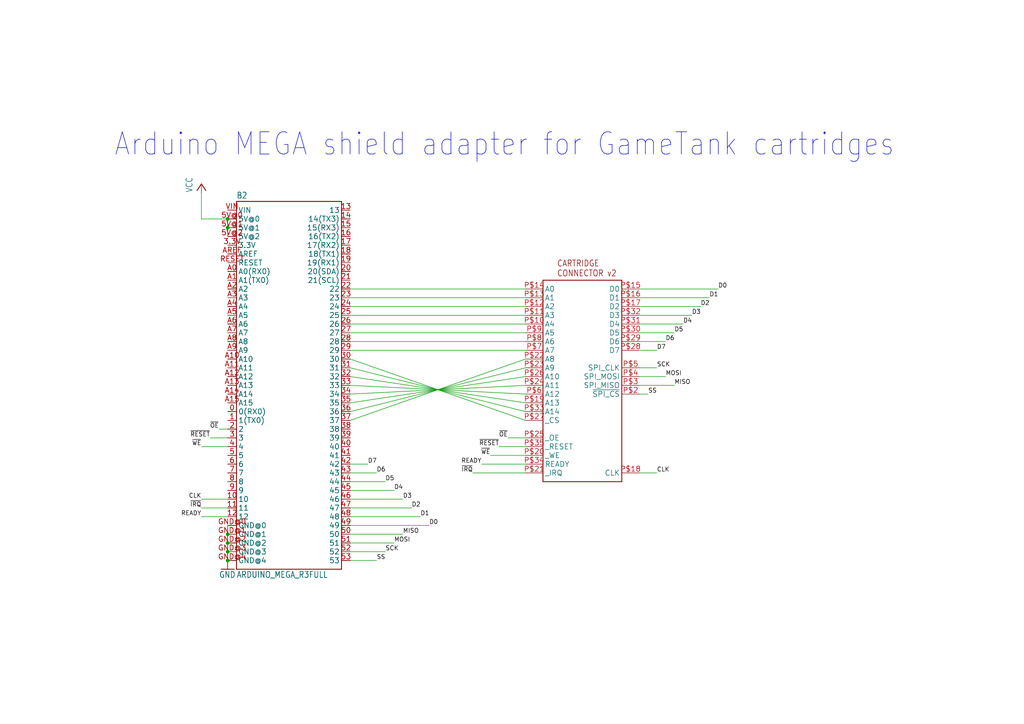
<source format=kicad_sch>
(kicad_sch
	(version 20250114)
	(generator "eeschema")
	(generator_version "9.0")
	(uuid "7f5c9952-f9fc-4454-a08f-d978dff7420b")
	(paper "A4")
	(lib_symbols
		(symbol "MegaProgrammer-eagle-import:ARDUINO_MEGA_R3FULL"
			(exclude_from_sim no)
			(in_bom yes)
			(on_board yes)
			(property "Reference" "B"
				(at -15.24 54.102 0)
				(effects
					(font
						(size 1.778 1.5113)
					)
					(justify left bottom)
				)
			)
			(property "Value" ""
				(at -15.24 -55.88 0)
				(effects
					(font
						(size 1.778 1.5113)
					)
					(justify left bottom)
				)
			)
			(property "Footprint" "MegaProgrammer:ARDUINO_MEGA"
				(at 0 0 0)
				(effects
					(font
						(size 1.27 1.27)
					)
					(hide yes)
				)
			)
			(property "Datasheet" ""
				(at 0 0 0)
				(effects
					(font
						(size 1.27 1.27)
					)
					(hide yes)
				)
			)
			(property "Description" "Arduino Mega R3\n\nATmega2560 R3 compatible footprint.\n\nSparkFun Products:\n\n• Arduino Mega 2560 R3"
				(at 0 0 0)
				(effects
					(font
						(size 1.27 1.27)
					)
					(hide yes)
				)
			)
			(property "ki_locked" ""
				(at 0 0 0)
				(effects
					(font
						(size 1.27 1.27)
					)
				)
			)
			(symbol "ARDUINO_MEGA_R3FULL_1_0"
				(polyline
					(pts
						(xy -15.24 53.34) (xy -15.24 -53.34)
					)
					(stroke
						(width 0.254)
						(type solid)
					)
					(fill
						(type none)
					)
				)
				(polyline
					(pts
						(xy -15.24 -53.34) (xy 15.24 -53.34)
					)
					(stroke
						(width 0.254)
						(type solid)
					)
					(fill
						(type none)
					)
				)
				(polyline
					(pts
						(xy 15.24 53.34) (xy -15.24 53.34)
					)
					(stroke
						(width 0.254)
						(type solid)
					)
					(fill
						(type none)
					)
				)
				(polyline
					(pts
						(xy 15.24 -53.34) (xy 15.24 53.34)
					)
					(stroke
						(width 0.254)
						(type solid)
					)
					(fill
						(type none)
					)
				)
				(pin bidirectional line
					(at -17.78 50.8 0)
					(length 2.54)
					(name "VIN"
						(effects
							(font
								(size 1.524 1.524)
							)
						)
					)
					(number "VIN"
						(effects
							(font
								(size 1.524 1.524)
							)
						)
					)
				)
				(pin bidirectional line
					(at -17.78 48.26 0)
					(length 2.54)
					(name "5V@0"
						(effects
							(font
								(size 1.524 1.524)
							)
						)
					)
					(number "5V@0"
						(effects
							(font
								(size 1.524 1.524)
							)
						)
					)
				)
				(pin bidirectional line
					(at -17.78 45.72 0)
					(length 2.54)
					(name "5V@1"
						(effects
							(font
								(size 1.524 1.524)
							)
						)
					)
					(number "5V@1"
						(effects
							(font
								(size 1.524 1.524)
							)
						)
					)
				)
				(pin bidirectional line
					(at -17.78 43.18 0)
					(length 2.54)
					(name "5V@2"
						(effects
							(font
								(size 1.524 1.524)
							)
						)
					)
					(number "5V@2"
						(effects
							(font
								(size 1.524 1.524)
							)
						)
					)
				)
				(pin bidirectional line
					(at -17.78 40.64 0)
					(length 2.54)
					(name "3.3V"
						(effects
							(font
								(size 1.524 1.524)
							)
						)
					)
					(number "3.3V"
						(effects
							(font
								(size 1.524 1.524)
							)
						)
					)
				)
				(pin bidirectional line
					(at -17.78 38.1 0)
					(length 2.54)
					(name "AREF"
						(effects
							(font
								(size 1.524 1.524)
							)
						)
					)
					(number "AREF"
						(effects
							(font
								(size 1.524 1.524)
							)
						)
					)
				)
				(pin bidirectional line
					(at -17.78 35.56 0)
					(length 2.54)
					(name "RESET"
						(effects
							(font
								(size 1.524 1.524)
							)
						)
					)
					(number "RESET"
						(effects
							(font
								(size 1.524 1.524)
							)
						)
					)
				)
				(pin bidirectional line
					(at -17.78 33.02 0)
					(length 2.54)
					(name "A0(RX0)"
						(effects
							(font
								(size 1.524 1.524)
							)
						)
					)
					(number "A0"
						(effects
							(font
								(size 1.524 1.524)
							)
						)
					)
				)
				(pin bidirectional line
					(at -17.78 30.48 0)
					(length 2.54)
					(name "A1(TX0)"
						(effects
							(font
								(size 1.524 1.524)
							)
						)
					)
					(number "A1"
						(effects
							(font
								(size 1.524 1.524)
							)
						)
					)
				)
				(pin bidirectional line
					(at -17.78 27.94 0)
					(length 2.54)
					(name "A2"
						(effects
							(font
								(size 1.524 1.524)
							)
						)
					)
					(number "A2"
						(effects
							(font
								(size 1.524 1.524)
							)
						)
					)
				)
				(pin bidirectional line
					(at -17.78 25.4 0)
					(length 2.54)
					(name "A3"
						(effects
							(font
								(size 1.524 1.524)
							)
						)
					)
					(number "A3"
						(effects
							(font
								(size 1.524 1.524)
							)
						)
					)
				)
				(pin bidirectional line
					(at -17.78 22.86 0)
					(length 2.54)
					(name "A4"
						(effects
							(font
								(size 1.524 1.524)
							)
						)
					)
					(number "A4"
						(effects
							(font
								(size 1.524 1.524)
							)
						)
					)
				)
				(pin bidirectional line
					(at -17.78 20.32 0)
					(length 2.54)
					(name "A5"
						(effects
							(font
								(size 1.524 1.524)
							)
						)
					)
					(number "A5"
						(effects
							(font
								(size 1.524 1.524)
							)
						)
					)
				)
				(pin bidirectional line
					(at -17.78 17.78 0)
					(length 2.54)
					(name "A6"
						(effects
							(font
								(size 1.524 1.524)
							)
						)
					)
					(number "A6"
						(effects
							(font
								(size 1.524 1.524)
							)
						)
					)
				)
				(pin bidirectional line
					(at -17.78 15.24 0)
					(length 2.54)
					(name "A7"
						(effects
							(font
								(size 1.524 1.524)
							)
						)
					)
					(number "A7"
						(effects
							(font
								(size 1.524 1.524)
							)
						)
					)
				)
				(pin bidirectional line
					(at -17.78 12.7 0)
					(length 2.54)
					(name "A8"
						(effects
							(font
								(size 1.524 1.524)
							)
						)
					)
					(number "A8"
						(effects
							(font
								(size 1.524 1.524)
							)
						)
					)
				)
				(pin bidirectional line
					(at -17.78 10.16 0)
					(length 2.54)
					(name "A9"
						(effects
							(font
								(size 1.524 1.524)
							)
						)
					)
					(number "A9"
						(effects
							(font
								(size 1.524 1.524)
							)
						)
					)
				)
				(pin bidirectional line
					(at -17.78 7.62 0)
					(length 2.54)
					(name "A10"
						(effects
							(font
								(size 1.524 1.524)
							)
						)
					)
					(number "A10"
						(effects
							(font
								(size 1.524 1.524)
							)
						)
					)
				)
				(pin bidirectional line
					(at -17.78 5.08 0)
					(length 2.54)
					(name "A11"
						(effects
							(font
								(size 1.524 1.524)
							)
						)
					)
					(number "A11"
						(effects
							(font
								(size 1.524 1.524)
							)
						)
					)
				)
				(pin bidirectional line
					(at -17.78 2.54 0)
					(length 2.54)
					(name "A12"
						(effects
							(font
								(size 1.524 1.524)
							)
						)
					)
					(number "A12"
						(effects
							(font
								(size 1.524 1.524)
							)
						)
					)
				)
				(pin bidirectional line
					(at -17.78 0 0)
					(length 2.54)
					(name "A13"
						(effects
							(font
								(size 1.524 1.524)
							)
						)
					)
					(number "A13"
						(effects
							(font
								(size 1.524 1.524)
							)
						)
					)
				)
				(pin bidirectional line
					(at -17.78 -2.54 0)
					(length 2.54)
					(name "A14"
						(effects
							(font
								(size 1.524 1.524)
							)
						)
					)
					(number "A14"
						(effects
							(font
								(size 1.524 1.524)
							)
						)
					)
				)
				(pin bidirectional line
					(at -17.78 -5.08 0)
					(length 2.54)
					(name "A15"
						(effects
							(font
								(size 1.524 1.524)
							)
						)
					)
					(number "A15"
						(effects
							(font
								(size 1.524 1.524)
							)
						)
					)
				)
				(pin bidirectional line
					(at -17.78 -7.62 0)
					(length 2.54)
					(name "0(RX0)"
						(effects
							(font
								(size 1.524 1.524)
							)
						)
					)
					(number "0"
						(effects
							(font
								(size 1.524 1.524)
							)
						)
					)
				)
				(pin bidirectional line
					(at -17.78 -10.16 0)
					(length 2.54)
					(name "1(TX0)"
						(effects
							(font
								(size 1.524 1.524)
							)
						)
					)
					(number "1"
						(effects
							(font
								(size 1.524 1.524)
							)
						)
					)
				)
				(pin bidirectional line
					(at -17.78 -12.7 0)
					(length 2.54)
					(name "2"
						(effects
							(font
								(size 1.524 1.524)
							)
						)
					)
					(number "2"
						(effects
							(font
								(size 1.524 1.524)
							)
						)
					)
				)
				(pin bidirectional line
					(at -17.78 -15.24 0)
					(length 2.54)
					(name "3"
						(effects
							(font
								(size 1.524 1.524)
							)
						)
					)
					(number "3"
						(effects
							(font
								(size 1.524 1.524)
							)
						)
					)
				)
				(pin bidirectional line
					(at -17.78 -17.78 0)
					(length 2.54)
					(name "4"
						(effects
							(font
								(size 1.524 1.524)
							)
						)
					)
					(number "4"
						(effects
							(font
								(size 1.524 1.524)
							)
						)
					)
				)
				(pin bidirectional line
					(at -17.78 -20.32 0)
					(length 2.54)
					(name "5"
						(effects
							(font
								(size 1.524 1.524)
							)
						)
					)
					(number "5"
						(effects
							(font
								(size 1.524 1.524)
							)
						)
					)
				)
				(pin bidirectional line
					(at -17.78 -22.86 0)
					(length 2.54)
					(name "6"
						(effects
							(font
								(size 1.524 1.524)
							)
						)
					)
					(number "6"
						(effects
							(font
								(size 1.524 1.524)
							)
						)
					)
				)
				(pin bidirectional line
					(at -17.78 -25.4 0)
					(length 2.54)
					(name "7"
						(effects
							(font
								(size 1.524 1.524)
							)
						)
					)
					(number "7"
						(effects
							(font
								(size 1.524 1.524)
							)
						)
					)
				)
				(pin bidirectional line
					(at -17.78 -27.94 0)
					(length 2.54)
					(name "8"
						(effects
							(font
								(size 1.524 1.524)
							)
						)
					)
					(number "8"
						(effects
							(font
								(size 1.524 1.524)
							)
						)
					)
				)
				(pin bidirectional line
					(at -17.78 -30.48 0)
					(length 2.54)
					(name "9"
						(effects
							(font
								(size 1.524 1.524)
							)
						)
					)
					(number "9"
						(effects
							(font
								(size 1.524 1.524)
							)
						)
					)
				)
				(pin bidirectional line
					(at -17.78 -33.02 0)
					(length 2.54)
					(name "10"
						(effects
							(font
								(size 1.524 1.524)
							)
						)
					)
					(number "10"
						(effects
							(font
								(size 1.524 1.524)
							)
						)
					)
				)
				(pin bidirectional line
					(at -17.78 -35.56 0)
					(length 2.54)
					(name "11"
						(effects
							(font
								(size 1.524 1.524)
							)
						)
					)
					(number "11"
						(effects
							(font
								(size 1.524 1.524)
							)
						)
					)
				)
				(pin bidirectional line
					(at -17.78 -38.1 0)
					(length 2.54)
					(name "12"
						(effects
							(font
								(size 1.524 1.524)
							)
						)
					)
					(number "12"
						(effects
							(font
								(size 1.524 1.524)
							)
						)
					)
				)
				(pin bidirectional line
					(at -17.78 -40.64 0)
					(length 2.54)
					(name "GND@0"
						(effects
							(font
								(size 1.524 1.524)
							)
						)
					)
					(number "GND@0"
						(effects
							(font
								(size 1.524 1.524)
							)
						)
					)
				)
				(pin bidirectional line
					(at -17.78 -43.18 0)
					(length 2.54)
					(name "GND@1"
						(effects
							(font
								(size 1.524 1.524)
							)
						)
					)
					(number "GND@1"
						(effects
							(font
								(size 1.524 1.524)
							)
						)
					)
				)
				(pin bidirectional line
					(at -17.78 -45.72 0)
					(length 2.54)
					(name "GND@2"
						(effects
							(font
								(size 1.524 1.524)
							)
						)
					)
					(number "GND@2"
						(effects
							(font
								(size 1.524 1.524)
							)
						)
					)
				)
				(pin bidirectional line
					(at -17.78 -48.26 0)
					(length 2.54)
					(name "GND@3"
						(effects
							(font
								(size 1.524 1.524)
							)
						)
					)
					(number "GND@3"
						(effects
							(font
								(size 1.524 1.524)
							)
						)
					)
				)
				(pin bidirectional line
					(at -17.78 -50.8 0)
					(length 2.54)
					(name "GND@4"
						(effects
							(font
								(size 1.524 1.524)
							)
						)
					)
					(number "GND@4"
						(effects
							(font
								(size 1.524 1.524)
							)
						)
					)
				)
				(pin bidirectional line
					(at 17.78 50.8 180)
					(length 2.54)
					(name "13"
						(effects
							(font
								(size 1.524 1.524)
							)
						)
					)
					(number "13"
						(effects
							(font
								(size 1.524 1.524)
							)
						)
					)
				)
				(pin bidirectional line
					(at 17.78 48.26 180)
					(length 2.54)
					(name "14(TX3)"
						(effects
							(font
								(size 1.524 1.524)
							)
						)
					)
					(number "14"
						(effects
							(font
								(size 1.524 1.524)
							)
						)
					)
				)
				(pin bidirectional line
					(at 17.78 45.72 180)
					(length 2.54)
					(name "15(RX3)"
						(effects
							(font
								(size 1.524 1.524)
							)
						)
					)
					(number "15"
						(effects
							(font
								(size 1.524 1.524)
							)
						)
					)
				)
				(pin bidirectional line
					(at 17.78 43.18 180)
					(length 2.54)
					(name "16(TX2)"
						(effects
							(font
								(size 1.524 1.524)
							)
						)
					)
					(number "16"
						(effects
							(font
								(size 1.524 1.524)
							)
						)
					)
				)
				(pin bidirectional line
					(at 17.78 40.64 180)
					(length 2.54)
					(name "17(RX2)"
						(effects
							(font
								(size 1.524 1.524)
							)
						)
					)
					(number "17"
						(effects
							(font
								(size 1.524 1.524)
							)
						)
					)
				)
				(pin bidirectional line
					(at 17.78 38.1 180)
					(length 2.54)
					(name "18(TX1)"
						(effects
							(font
								(size 1.524 1.524)
							)
						)
					)
					(number "18"
						(effects
							(font
								(size 1.524 1.524)
							)
						)
					)
				)
				(pin bidirectional line
					(at 17.78 35.56 180)
					(length 2.54)
					(name "19(RX1)"
						(effects
							(font
								(size 1.524 1.524)
							)
						)
					)
					(number "19"
						(effects
							(font
								(size 1.524 1.524)
							)
						)
					)
				)
				(pin bidirectional line
					(at 17.78 33.02 180)
					(length 2.54)
					(name "20(SDA)"
						(effects
							(font
								(size 1.524 1.524)
							)
						)
					)
					(number "20"
						(effects
							(font
								(size 1.524 1.524)
							)
						)
					)
				)
				(pin bidirectional line
					(at 17.78 30.48 180)
					(length 2.54)
					(name "21(SCL)"
						(effects
							(font
								(size 1.524 1.524)
							)
						)
					)
					(number "21"
						(effects
							(font
								(size 1.524 1.524)
							)
						)
					)
				)
				(pin bidirectional line
					(at 17.78 27.94 180)
					(length 2.54)
					(name "22"
						(effects
							(font
								(size 1.524 1.524)
							)
						)
					)
					(number "22"
						(effects
							(font
								(size 1.524 1.524)
							)
						)
					)
				)
				(pin bidirectional line
					(at 17.78 25.4 180)
					(length 2.54)
					(name "23"
						(effects
							(font
								(size 1.524 1.524)
							)
						)
					)
					(number "23"
						(effects
							(font
								(size 1.524 1.524)
							)
						)
					)
				)
				(pin bidirectional line
					(at 17.78 22.86 180)
					(length 2.54)
					(name "24"
						(effects
							(font
								(size 1.524 1.524)
							)
						)
					)
					(number "24"
						(effects
							(font
								(size 1.524 1.524)
							)
						)
					)
				)
				(pin bidirectional line
					(at 17.78 20.32 180)
					(length 2.54)
					(name "25"
						(effects
							(font
								(size 1.524 1.524)
							)
						)
					)
					(number "25"
						(effects
							(font
								(size 1.524 1.524)
							)
						)
					)
				)
				(pin bidirectional line
					(at 17.78 17.78 180)
					(length 2.54)
					(name "26"
						(effects
							(font
								(size 1.524 1.524)
							)
						)
					)
					(number "26"
						(effects
							(font
								(size 1.524 1.524)
							)
						)
					)
				)
				(pin bidirectional line
					(at 17.78 15.24 180)
					(length 2.54)
					(name "27"
						(effects
							(font
								(size 1.524 1.524)
							)
						)
					)
					(number "27"
						(effects
							(font
								(size 1.524 1.524)
							)
						)
					)
				)
				(pin bidirectional line
					(at 17.78 12.7 180)
					(length 2.54)
					(name "28"
						(effects
							(font
								(size 1.524 1.524)
							)
						)
					)
					(number "28"
						(effects
							(font
								(size 1.524 1.524)
							)
						)
					)
				)
				(pin bidirectional line
					(at 17.78 10.16 180)
					(length 2.54)
					(name "29"
						(effects
							(font
								(size 1.524 1.524)
							)
						)
					)
					(number "29"
						(effects
							(font
								(size 1.524 1.524)
							)
						)
					)
				)
				(pin bidirectional line
					(at 17.78 7.62 180)
					(length 2.54)
					(name "30"
						(effects
							(font
								(size 1.524 1.524)
							)
						)
					)
					(number "30"
						(effects
							(font
								(size 1.524 1.524)
							)
						)
					)
				)
				(pin bidirectional line
					(at 17.78 5.08 180)
					(length 2.54)
					(name "31"
						(effects
							(font
								(size 1.524 1.524)
							)
						)
					)
					(number "31"
						(effects
							(font
								(size 1.524 1.524)
							)
						)
					)
				)
				(pin bidirectional line
					(at 17.78 2.54 180)
					(length 2.54)
					(name "32"
						(effects
							(font
								(size 1.524 1.524)
							)
						)
					)
					(number "32"
						(effects
							(font
								(size 1.524 1.524)
							)
						)
					)
				)
				(pin bidirectional line
					(at 17.78 0 180)
					(length 2.54)
					(name "33"
						(effects
							(font
								(size 1.524 1.524)
							)
						)
					)
					(number "33"
						(effects
							(font
								(size 1.524 1.524)
							)
						)
					)
				)
				(pin bidirectional line
					(at 17.78 -2.54 180)
					(length 2.54)
					(name "34"
						(effects
							(font
								(size 1.524 1.524)
							)
						)
					)
					(number "34"
						(effects
							(font
								(size 1.524 1.524)
							)
						)
					)
				)
				(pin bidirectional line
					(at 17.78 -5.08 180)
					(length 2.54)
					(name "35"
						(effects
							(font
								(size 1.524 1.524)
							)
						)
					)
					(number "35"
						(effects
							(font
								(size 1.524 1.524)
							)
						)
					)
				)
				(pin bidirectional line
					(at 17.78 -7.62 180)
					(length 2.54)
					(name "36"
						(effects
							(font
								(size 1.524 1.524)
							)
						)
					)
					(number "36"
						(effects
							(font
								(size 1.524 1.524)
							)
						)
					)
				)
				(pin bidirectional line
					(at 17.78 -10.16 180)
					(length 2.54)
					(name "37"
						(effects
							(font
								(size 1.524 1.524)
							)
						)
					)
					(number "37"
						(effects
							(font
								(size 1.524 1.524)
							)
						)
					)
				)
				(pin bidirectional line
					(at 17.78 -12.7 180)
					(length 2.54)
					(name "38"
						(effects
							(font
								(size 1.524 1.524)
							)
						)
					)
					(number "38"
						(effects
							(font
								(size 1.524 1.524)
							)
						)
					)
				)
				(pin bidirectional line
					(at 17.78 -15.24 180)
					(length 2.54)
					(name "39"
						(effects
							(font
								(size 1.524 1.524)
							)
						)
					)
					(number "39"
						(effects
							(font
								(size 1.524 1.524)
							)
						)
					)
				)
				(pin bidirectional line
					(at 17.78 -17.78 180)
					(length 2.54)
					(name "40"
						(effects
							(font
								(size 1.524 1.524)
							)
						)
					)
					(number "40"
						(effects
							(font
								(size 1.524 1.524)
							)
						)
					)
				)
				(pin bidirectional line
					(at 17.78 -20.32 180)
					(length 2.54)
					(name "41"
						(effects
							(font
								(size 1.524 1.524)
							)
						)
					)
					(number "41"
						(effects
							(font
								(size 1.524 1.524)
							)
						)
					)
				)
				(pin bidirectional line
					(at 17.78 -22.86 180)
					(length 2.54)
					(name "42"
						(effects
							(font
								(size 1.524 1.524)
							)
						)
					)
					(number "42"
						(effects
							(font
								(size 1.524 1.524)
							)
						)
					)
				)
				(pin bidirectional line
					(at 17.78 -25.4 180)
					(length 2.54)
					(name "43"
						(effects
							(font
								(size 1.524 1.524)
							)
						)
					)
					(number "43"
						(effects
							(font
								(size 1.524 1.524)
							)
						)
					)
				)
				(pin bidirectional line
					(at 17.78 -27.94 180)
					(length 2.54)
					(name "44"
						(effects
							(font
								(size 1.524 1.524)
							)
						)
					)
					(number "44"
						(effects
							(font
								(size 1.524 1.524)
							)
						)
					)
				)
				(pin bidirectional line
					(at 17.78 -30.48 180)
					(length 2.54)
					(name "45"
						(effects
							(font
								(size 1.524 1.524)
							)
						)
					)
					(number "45"
						(effects
							(font
								(size 1.524 1.524)
							)
						)
					)
				)
				(pin bidirectional line
					(at 17.78 -33.02 180)
					(length 2.54)
					(name "46"
						(effects
							(font
								(size 1.524 1.524)
							)
						)
					)
					(number "46"
						(effects
							(font
								(size 1.524 1.524)
							)
						)
					)
				)
				(pin bidirectional line
					(at 17.78 -35.56 180)
					(length 2.54)
					(name "47"
						(effects
							(font
								(size 1.524 1.524)
							)
						)
					)
					(number "47"
						(effects
							(font
								(size 1.524 1.524)
							)
						)
					)
				)
				(pin bidirectional line
					(at 17.78 -38.1 180)
					(length 2.54)
					(name "48"
						(effects
							(font
								(size 1.524 1.524)
							)
						)
					)
					(number "48"
						(effects
							(font
								(size 1.524 1.524)
							)
						)
					)
				)
				(pin bidirectional line
					(at 17.78 -40.64 180)
					(length 2.54)
					(name "49"
						(effects
							(font
								(size 1.524 1.524)
							)
						)
					)
					(number "49"
						(effects
							(font
								(size 1.524 1.524)
							)
						)
					)
				)
				(pin bidirectional line
					(at 17.78 -43.18 180)
					(length 2.54)
					(name "50"
						(effects
							(font
								(size 1.524 1.524)
							)
						)
					)
					(number "50"
						(effects
							(font
								(size 1.524 1.524)
							)
						)
					)
				)
				(pin bidirectional line
					(at 17.78 -45.72 180)
					(length 2.54)
					(name "51"
						(effects
							(font
								(size 1.524 1.524)
							)
						)
					)
					(number "51"
						(effects
							(font
								(size 1.524 1.524)
							)
						)
					)
				)
				(pin bidirectional line
					(at 17.78 -48.26 180)
					(length 2.54)
					(name "52"
						(effects
							(font
								(size 1.524 1.524)
							)
						)
					)
					(number "52"
						(effects
							(font
								(size 1.524 1.524)
							)
						)
					)
				)
				(pin bidirectional line
					(at 17.78 -50.8 180)
					(length 2.54)
					(name "53"
						(effects
							(font
								(size 1.524 1.524)
							)
						)
					)
					(number "53"
						(effects
							(font
								(size 1.524 1.524)
							)
						)
					)
				)
			)
			(embedded_fonts no)
		)
		(symbol "MegaProgrammer-eagle-import:GND"
			(power)
			(exclude_from_sim no)
			(in_bom yes)
			(on_board yes)
			(property "Reference" "#GND"
				(at 0 0 0)
				(effects
					(font
						(size 1.27 1.27)
					)
					(hide yes)
				)
			)
			(property "Value" ""
				(at -2.54 -2.54 0)
				(effects
					(font
						(size 1.778 1.5113)
					)
					(justify left bottom)
				)
			)
			(property "Footprint" ""
				(at 0 0 0)
				(effects
					(font
						(size 1.27 1.27)
					)
					(hide yes)
				)
			)
			(property "Datasheet" ""
				(at 0 0 0)
				(effects
					(font
						(size 1.27 1.27)
					)
					(hide yes)
				)
			)
			(property "Description" "SUPPLY SYMBOL"
				(at 0 0 0)
				(effects
					(font
						(size 1.27 1.27)
					)
					(hide yes)
				)
			)
			(property "ki_locked" ""
				(at 0 0 0)
				(effects
					(font
						(size 1.27 1.27)
					)
				)
			)
			(symbol "GND_1_0"
				(polyline
					(pts
						(xy -1.905 0) (xy 1.905 0)
					)
					(stroke
						(width 0.254)
						(type solid)
					)
					(fill
						(type none)
					)
				)
				(pin power_in line
					(at 0 2.54 270)
					(length 2.54)
					(name "GND"
						(effects
							(font
								(size 0 0)
							)
						)
					)
					(number "1"
						(effects
							(font
								(size 0 0)
							)
						)
					)
				)
			)
			(embedded_fonts no)
		)
		(symbol "MegaProgrammer-eagle-import:GT_CART3GT_SLOT"
			(exclude_from_sim no)
			(in_bom yes)
			(on_board yes)
			(property "Reference" ""
				(at 0 0 0)
				(effects
					(font
						(size 1.27 1.27)
					)
					(hide yes)
				)
			)
			(property "Value" ""
				(at 0 0 0)
				(effects
					(font
						(size 1.27 1.27)
					)
					(hide yes)
				)
			)
			(property "Footprint" "MegaProgrammer:SLOT36"
				(at 0 0 0)
				(effects
					(font
						(size 1.27 1.27)
					)
					(hide yes)
				)
			)
			(property "Datasheet" ""
				(at 0 0 0)
				(effects
					(font
						(size 1.27 1.27)
					)
					(hide yes)
				)
			)
			(property "Description" ""
				(at 0 0 0)
				(effects
					(font
						(size 1.27 1.27)
					)
					(hide yes)
				)
			)
			(property "ki_locked" ""
				(at 0 0 0)
				(effects
					(font
						(size 1.27 1.27)
					)
				)
			)
			(symbol "GT_CART3GT_SLOT_1_0"
				(polyline
					(pts
						(xy -10.16 22.86) (xy 12.7 22.86)
					)
					(stroke
						(width 0.254)
						(type solid)
					)
					(fill
						(type none)
					)
				)
				(polyline
					(pts
						(xy -10.16 -35.56) (xy -10.16 22.86)
					)
					(stroke
						(width 0.254)
						(type solid)
					)
					(fill
						(type none)
					)
				)
				(polyline
					(pts
						(xy 12.7 22.86) (xy 12.7 -35.56)
					)
					(stroke
						(width 0.254)
						(type solid)
					)
					(fill
						(type none)
					)
				)
				(polyline
					(pts
						(xy 12.7 -35.56) (xy -10.16 -35.56)
					)
					(stroke
						(width 0.254)
						(type solid)
					)
					(fill
						(type none)
					)
				)
				(text "CARTRIDGE\nCONNECTOR v2"
					(at -6.096 23.876 0)
					(effects
						(font
							(size 1.778 1.5113)
						)
						(justify left bottom)
					)
				)
				(pin bidirectional line
					(at -15.24 20.32 0)
					(length 5.08)
					(name "A0"
						(effects
							(font
								(size 1.524 1.524)
							)
						)
					)
					(number "P$14"
						(effects
							(font
								(size 1.524 1.524)
							)
						)
					)
				)
				(pin bidirectional line
					(at -15.24 17.78 0)
					(length 5.08)
					(name "A1"
						(effects
							(font
								(size 1.524 1.524)
							)
						)
					)
					(number "P$13"
						(effects
							(font
								(size 1.524 1.524)
							)
						)
					)
				)
				(pin bidirectional line
					(at -15.24 15.24 0)
					(length 5.08)
					(name "A2"
						(effects
							(font
								(size 1.524 1.524)
							)
						)
					)
					(number "P$12"
						(effects
							(font
								(size 1.524 1.524)
							)
						)
					)
				)
				(pin bidirectional line
					(at -15.24 12.7 0)
					(length 5.08)
					(name "A3"
						(effects
							(font
								(size 1.524 1.524)
							)
						)
					)
					(number "P$11"
						(effects
							(font
								(size 1.524 1.524)
							)
						)
					)
				)
				(pin bidirectional line
					(at -15.24 10.16 0)
					(length 5.08)
					(name "A4"
						(effects
							(font
								(size 1.524 1.524)
							)
						)
					)
					(number "P$10"
						(effects
							(font
								(size 1.524 1.524)
							)
						)
					)
				)
				(pin bidirectional line
					(at -15.24 7.62 0)
					(length 5.08)
					(name "A5"
						(effects
							(font
								(size 1.524 1.524)
							)
						)
					)
					(number "P$9"
						(effects
							(font
								(size 1.524 1.524)
							)
						)
					)
				)
				(pin bidirectional line
					(at -15.24 5.08 0)
					(length 5.08)
					(name "A6"
						(effects
							(font
								(size 1.524 1.524)
							)
						)
					)
					(number "P$8"
						(effects
							(font
								(size 1.524 1.524)
							)
						)
					)
				)
				(pin bidirectional line
					(at -15.24 2.54 0)
					(length 5.08)
					(name "A7"
						(effects
							(font
								(size 1.524 1.524)
							)
						)
					)
					(number "P$7"
						(effects
							(font
								(size 1.524 1.524)
							)
						)
					)
				)
				(pin bidirectional line
					(at -15.24 0 0)
					(length 5.08)
					(name "A8"
						(effects
							(font
								(size 1.524 1.524)
							)
						)
					)
					(number "P$22"
						(effects
							(font
								(size 1.524 1.524)
							)
						)
					)
				)
				(pin bidirectional line
					(at -15.24 -2.54 0)
					(length 5.08)
					(name "A9"
						(effects
							(font
								(size 1.524 1.524)
							)
						)
					)
					(number "P$23"
						(effects
							(font
								(size 1.524 1.524)
							)
						)
					)
				)
				(pin bidirectional line
					(at -15.24 -5.08 0)
					(length 5.08)
					(name "A10"
						(effects
							(font
								(size 1.524 1.524)
							)
						)
					)
					(number "P$26"
						(effects
							(font
								(size 1.524 1.524)
							)
						)
					)
				)
				(pin bidirectional line
					(at -15.24 -7.62 0)
					(length 5.08)
					(name "A11"
						(effects
							(font
								(size 1.524 1.524)
							)
						)
					)
					(number "P$24"
						(effects
							(font
								(size 1.524 1.524)
							)
						)
					)
				)
				(pin bidirectional line
					(at -15.24 -10.16 0)
					(length 5.08)
					(name "A12"
						(effects
							(font
								(size 1.524 1.524)
							)
						)
					)
					(number "P$6"
						(effects
							(font
								(size 1.524 1.524)
							)
						)
					)
				)
				(pin bidirectional line
					(at -15.24 -12.7 0)
					(length 5.08)
					(name "A13"
						(effects
							(font
								(size 1.524 1.524)
							)
						)
					)
					(number "P$19"
						(effects
							(font
								(size 1.524 1.524)
							)
						)
					)
				)
				(pin bidirectional line
					(at -15.24 -15.24 0)
					(length 5.08)
					(name "A14"
						(effects
							(font
								(size 1.524 1.524)
							)
						)
					)
					(number "P$33"
						(effects
							(font
								(size 1.524 1.524)
							)
						)
					)
				)
				(pin bidirectional line
					(at -15.24 -17.78 0)
					(length 5.08)
					(name "_CS"
						(effects
							(font
								(size 1.524 1.524)
							)
						)
					)
					(number "P$27"
						(effects
							(font
								(size 1.524 1.524)
							)
						)
					)
				)
				(pin bidirectional line
					(at -15.24 -22.86 0)
					(length 5.08)
					(name "_OE"
						(effects
							(font
								(size 1.524 1.524)
							)
						)
					)
					(number "P$25"
						(effects
							(font
								(size 1.524 1.524)
							)
						)
					)
				)
				(pin bidirectional line
					(at -15.24 -25.4 0)
					(length 5.08)
					(name "_RESET"
						(effects
							(font
								(size 1.524 1.524)
							)
						)
					)
					(number "P$35"
						(effects
							(font
								(size 1.524 1.524)
							)
						)
					)
				)
				(pin bidirectional line
					(at -15.24 -27.94 0)
					(length 5.08)
					(name "_WE"
						(effects
							(font
								(size 1.524 1.524)
							)
						)
					)
					(number "P$20"
						(effects
							(font
								(size 1.524 1.524)
							)
						)
					)
				)
				(pin bidirectional line
					(at -15.24 -30.48 0)
					(length 5.08)
					(name "READY"
						(effects
							(font
								(size 1.524 1.524)
							)
						)
					)
					(number "P$34"
						(effects
							(font
								(size 1.524 1.524)
							)
						)
					)
				)
				(pin bidirectional line
					(at -15.24 -33.02 0)
					(length 5.08)
					(name "_IRQ"
						(effects
							(font
								(size 1.524 1.524)
							)
						)
					)
					(number "P$21"
						(effects
							(font
								(size 1.524 1.524)
							)
						)
					)
				)
				(pin bidirectional line
					(at 17.78 20.32 180)
					(length 5.08)
					(name "D0"
						(effects
							(font
								(size 1.524 1.524)
							)
						)
					)
					(number "P$15"
						(effects
							(font
								(size 1.524 1.524)
							)
						)
					)
				)
				(pin bidirectional line
					(at 17.78 17.78 180)
					(length 5.08)
					(name "D1"
						(effects
							(font
								(size 1.524 1.524)
							)
						)
					)
					(number "P$16"
						(effects
							(font
								(size 1.524 1.524)
							)
						)
					)
				)
				(pin bidirectional line
					(at 17.78 15.24 180)
					(length 5.08)
					(name "D2"
						(effects
							(font
								(size 1.524 1.524)
							)
						)
					)
					(number "P$17"
						(effects
							(font
								(size 1.524 1.524)
							)
						)
					)
				)
				(pin bidirectional line
					(at 17.78 12.7 180)
					(length 5.08)
					(name "D3"
						(effects
							(font
								(size 1.524 1.524)
							)
						)
					)
					(number "P$32"
						(effects
							(font
								(size 1.524 1.524)
							)
						)
					)
				)
				(pin bidirectional line
					(at 17.78 10.16 180)
					(length 5.08)
					(name "D4"
						(effects
							(font
								(size 1.524 1.524)
							)
						)
					)
					(number "P$31"
						(effects
							(font
								(size 1.524 1.524)
							)
						)
					)
				)
				(pin bidirectional line
					(at 17.78 7.62 180)
					(length 5.08)
					(name "D5"
						(effects
							(font
								(size 1.524 1.524)
							)
						)
					)
					(number "P$30"
						(effects
							(font
								(size 1.524 1.524)
							)
						)
					)
				)
				(pin bidirectional line
					(at 17.78 5.08 180)
					(length 5.08)
					(name "D6"
						(effects
							(font
								(size 1.524 1.524)
							)
						)
					)
					(number "P$29"
						(effects
							(font
								(size 1.524 1.524)
							)
						)
					)
				)
				(pin bidirectional line
					(at 17.78 2.54 180)
					(length 5.08)
					(name "D7"
						(effects
							(font
								(size 1.524 1.524)
							)
						)
					)
					(number "P$28"
						(effects
							(font
								(size 1.524 1.524)
							)
						)
					)
				)
				(pin bidirectional line
					(at 17.78 -2.54 180)
					(length 5.08)
					(name "SPI_CLK"
						(effects
							(font
								(size 1.524 1.524)
							)
						)
					)
					(number "P$5"
						(effects
							(font
								(size 1.524 1.524)
							)
						)
					)
				)
				(pin bidirectional line
					(at 17.78 -5.08 180)
					(length 5.08)
					(name "SPI_MOSI"
						(effects
							(font
								(size 1.524 1.524)
							)
						)
					)
					(number "P$4"
						(effects
							(font
								(size 1.524 1.524)
							)
						)
					)
				)
				(pin bidirectional line
					(at 17.78 -7.62 180)
					(length 5.08)
					(name "SPI_MISO"
						(effects
							(font
								(size 1.524 1.524)
							)
						)
					)
					(number "P$3"
						(effects
							(font
								(size 1.524 1.524)
							)
						)
					)
				)
				(pin bidirectional line
					(at 17.78 -10.16 180)
					(length 5.08)
					(name "~{SPI_CS}"
						(effects
							(font
								(size 1.524 1.524)
							)
						)
					)
					(number "P$2"
						(effects
							(font
								(size 1.524 1.524)
							)
						)
					)
				)
				(pin bidirectional line
					(at 17.78 -33.02 180)
					(length 5.08)
					(name "CLK"
						(effects
							(font
								(size 1.524 1.524)
							)
						)
					)
					(number "P$18"
						(effects
							(font
								(size 1.524 1.524)
							)
						)
					)
				)
			)
			(symbol "GT_CART3GT_SLOT_2_0"
				(pin power_in line
					(at 0 12.7 270)
					(length 5.08)
					(name "VCC"
						(effects
							(font
								(size 1.524 1.524)
							)
						)
					)
					(number "P$1"
						(effects
							(font
								(size 1.524 1.524)
							)
						)
					)
				)
				(pin power_in line
					(at 0 -10.16 90)
					(length 5.08)
					(name "GND"
						(effects
							(font
								(size 1.524 1.524)
							)
						)
					)
					(number "P$36"
						(effects
							(font
								(size 1.524 1.524)
							)
						)
					)
				)
			)
			(embedded_fonts no)
		)
		(symbol "MegaProgrammer-eagle-import:VCC"
			(power)
			(exclude_from_sim no)
			(in_bom yes)
			(on_board yes)
			(property "Reference" "#P+"
				(at 0 0 0)
				(effects
					(font
						(size 1.27 1.27)
					)
					(hide yes)
				)
			)
			(property "Value" ""
				(at -2.54 -2.54 90)
				(effects
					(font
						(size 1.778 1.5113)
					)
					(justify left bottom)
				)
			)
			(property "Footprint" ""
				(at 0 0 0)
				(effects
					(font
						(size 1.27 1.27)
					)
					(hide yes)
				)
			)
			(property "Datasheet" ""
				(at 0 0 0)
				(effects
					(font
						(size 1.27 1.27)
					)
					(hide yes)
				)
			)
			(property "Description" "SUPPLY SYMBOL"
				(at 0 0 0)
				(effects
					(font
						(size 1.27 1.27)
					)
					(hide yes)
				)
			)
			(property "ki_locked" ""
				(at 0 0 0)
				(effects
					(font
						(size 1.27 1.27)
					)
				)
			)
			(symbol "VCC_1_0"
				(polyline
					(pts
						(xy 0 0) (xy -1.27 -1.905)
					)
					(stroke
						(width 0.254)
						(type solid)
					)
					(fill
						(type none)
					)
				)
				(polyline
					(pts
						(xy 1.27 -1.905) (xy 0 0)
					)
					(stroke
						(width 0.254)
						(type solid)
					)
					(fill
						(type none)
					)
				)
				(pin power_in line
					(at 0 -2.54 90)
					(length 2.54)
					(name "VCC"
						(effects
							(font
								(size 0 0)
							)
						)
					)
					(number "1"
						(effects
							(font
								(size 0 0)
							)
						)
					)
				)
			)
			(embedded_fonts no)
		)
	)
	(text "Arduino MEGA shield adapter for GameTank cartridges"
		(exclude_from_sim no)
		(at 33.02 45.72 0)
		(effects
			(font
				(size 6.4516 5.4838)
			)
			(justify left bottom)
		)
		(uuid "53aac384-499a-41a1-981a-72823eea21e0")
	)
	(junction
		(at 66.04 66.04)
		(diameter 0)
		(color 0 0 0 0)
		(uuid "2542fd73-3636-4eb3-86fe-8b9af3d13449")
	)
	(junction
		(at 66.04 154.94)
		(diameter 0)
		(color 0 0 0 0)
		(uuid "418ff8a6-f081-4f14-8a96-185f0d2911e0")
	)
	(junction
		(at 66.04 162.56)
		(diameter 0)
		(color 0 0 0 0)
		(uuid "560c07e4-997e-4099-b1be-cdb14a93154e")
	)
	(junction
		(at 66.04 63.5)
		(diameter 0)
		(color 0 0 0 0)
		(uuid "6a0d1256-0526-4028-888c-b9ba118c7db2")
	)
	(junction
		(at 66.04 160.02)
		(diameter 0)
		(color 0 0 0 0)
		(uuid "a04c6337-50d3-4332-9110-0996e5b1d716")
	)
	(junction
		(at 66.04 157.48)
		(diameter 0)
		(color 0 0 0 0)
		(uuid "cae6d87f-634e-49b6-b941-ea2481d2dddc")
	)
	(wire
		(pts
			(xy 152.4 88.9) (xy 101.6 88.9)
		)
		(stroke
			(width 0.1524)
			(type solid)
		)
		(uuid "05551159-ad62-44bd-9ae3-74951e2a68e2")
	)
	(wire
		(pts
			(xy 185.42 101.6) (xy 190.5 101.6)
		)
		(stroke
			(width 0.1524)
			(type solid)
		)
		(uuid "0b30ba6f-e62d-47ee-9eae-f7daa0d0671a")
	)
	(wire
		(pts
			(xy 66.04 129.54) (xy 58.42 129.54)
		)
		(stroke
			(width 0.1524)
			(type solid)
		)
		(uuid "0dffa282-5491-4dd0-b15f-d7cd7dace1b1")
	)
	(wire
		(pts
			(xy 101.6 111.76) (xy 152.4 114.3)
		)
		(stroke
			(width 0.1524)
			(type solid)
		)
		(uuid "10509ced-69f9-4426-ad30-1182a210a56c")
	)
	(wire
		(pts
			(xy 152.4 83.82) (xy 101.6 83.82)
		)
		(stroke
			(width 0.1524)
			(type solid)
		)
		(uuid "1280389a-1841-4467-931a-fc320e6360fe")
	)
	(wire
		(pts
			(xy 185.42 88.9) (xy 203.2 88.9)
		)
		(stroke
			(width 0.1524)
			(type solid)
		)
		(uuid "147062d1-40ff-4f3d-8c87-c10d674789e4")
	)
	(wire
		(pts
			(xy 185.42 111.76) (xy 195.58 111.76)
		)
		(stroke
			(width 0.1524)
			(type solid)
		)
		(uuid "19805a29-2b6c-4fd1-ad14-c9e3a0e3dc5f")
	)
	(wire
		(pts
			(xy 101.6 119.38) (xy 152.4 106.68)
		)
		(stroke
			(width 0.1524)
			(type solid)
		)
		(uuid "1e56a95a-4475-4261-ac38-6ea75aaa6296")
	)
	(wire
		(pts
			(xy 152.4 134.62) (xy 139.7 134.62)
		)
		(stroke
			(width 0.1524)
			(type solid)
		)
		(uuid "207bd87a-ff35-4c08-9016-5d0b4342ca0d")
	)
	(wire
		(pts
			(xy 185.42 106.68) (xy 190.5 106.68)
		)
		(stroke
			(width 0.1524)
			(type solid)
		)
		(uuid "27875e76-2e94-48da-9d58-8c36ece16093")
	)
	(wire
		(pts
			(xy 185.42 83.82) (xy 208.28 83.82)
		)
		(stroke
			(width 0.1524)
			(type solid)
		)
		(uuid "2a50e6d5-adc7-456c-9918-df86f4336436")
	)
	(wire
		(pts
			(xy 101.6 134.62) (xy 106.68 134.62)
		)
		(stroke
			(width 0.1524)
			(type solid)
		)
		(uuid "30d991b2-adb4-4973-b7c8-fd74085eb219")
	)
	(wire
		(pts
			(xy 101.6 147.32) (xy 119.38 147.32)
		)
		(stroke
			(width 0.1524)
			(type solid)
		)
		(uuid "3b7130f4-39fc-473c-adfe-8abfcd2524ff")
	)
	(wire
		(pts
			(xy 152.4 132.08) (xy 142.24 132.08)
		)
		(stroke
			(width 0.1524)
			(type solid)
		)
		(uuid "3ba15768-5462-4d99-b406-d3d935191fa0")
	)
	(wire
		(pts
			(xy 152.4 93.98) (xy 101.6 93.98)
		)
		(stroke
			(width 0.1524)
			(type solid)
		)
		(uuid "3cd0caef-a01e-4052-b9e3-bb0b60b88882")
	)
	(wire
		(pts
			(xy 66.04 160.02) (xy 66.04 162.56)
		)
		(stroke
			(width 0.1524)
			(type solid)
		)
		(uuid "3fa93e2a-195e-4ed5-a159-9bc4a2180f86")
	)
	(wire
		(pts
			(xy 185.42 99.06) (xy 193.04 99.06)
		)
		(stroke
			(width 0.1524)
			(type solid)
		)
		(uuid "422f57e0-2244-45c9-968c-3c453c688de9")
	)
	(wire
		(pts
			(xy 101.6 106.68) (xy 152.4 119.38)
		)
		(stroke
			(width 0.1524)
			(type solid)
		)
		(uuid "47fe67f5-2a12-4c90-96cd-7a088aa8650a")
	)
	(wire
		(pts
			(xy 101.6 121.92) (xy 152.4 104.14)
		)
		(stroke
			(width 0.1524)
			(type solid)
		)
		(uuid "48a15625-eed2-4fcc-907a-fcb337c67fc5")
	)
	(wire
		(pts
			(xy 58.42 63.5) (xy 58.42 55.88)
		)
		(stroke
			(width 0.1524)
			(type solid)
		)
		(uuid "49fc1d54-bf9b-4bec-9623-d6f56e84634c")
	)
	(wire
		(pts
			(xy 101.6 137.16) (xy 109.22 137.16)
		)
		(stroke
			(width 0.1524)
			(type solid)
		)
		(uuid "4db69dfe-8dfc-493f-a93a-7c9ca0d52dff")
	)
	(wire
		(pts
			(xy 152.4 91.44) (xy 101.6 91.44)
		)
		(stroke
			(width 0.1524)
			(type solid)
		)
		(uuid "5239546f-0114-4b53-bad4-0934df8bf43a")
	)
	(wire
		(pts
			(xy 101.6 149.86) (xy 121.92 149.86)
		)
		(stroke
			(width 0.1524)
			(type solid)
		)
		(uuid "54548570-a9f7-4d61-ab9c-6e3788d3a63e")
	)
	(wire
		(pts
			(xy 101.6 162.56) (xy 109.22 162.56)
		)
		(stroke
			(width 0.1524)
			(type solid)
		)
		(uuid "54ba885f-37b0-473c-b8e2-91f0e6cc2a9e")
	)
	(wire
		(pts
			(xy 101.6 142.24) (xy 114.3 142.24)
		)
		(stroke
			(width 0.1524)
			(type solid)
		)
		(uuid "58a23358-cfe8-4b34-bd5d-ccf2f92ed2f9")
	)
	(wire
		(pts
			(xy 101.6 157.48) (xy 114.3 157.48)
		)
		(stroke
			(width 0.1524)
			(type solid)
		)
		(uuid "627ca439-362f-4c6d-8a10-1e2d402b068c")
	)
	(wire
		(pts
			(xy 101.6 139.7) (xy 111.76 139.7)
		)
		(stroke
			(width 0.1524)
			(type solid)
		)
		(uuid "636a16b3-6091-478f-9594-0c06c5766efc")
	)
	(wire
		(pts
			(xy 101.6 109.22) (xy 152.4 116.84)
		)
		(stroke
			(width 0.1524)
			(type solid)
		)
		(uuid "66d3c858-bf83-488b-a313-b57561b65f76")
	)
	(wire
		(pts
			(xy 152.4 137.16) (xy 137.16 137.16)
		)
		(stroke
			(width 0.1524)
			(type solid)
		)
		(uuid "6e7f3831-7e53-489b-95b6-3d1df493d4b3")
	)
	(wire
		(pts
			(xy 66.04 63.5) (xy 66.04 66.04)
		)
		(stroke
			(width 0.1524)
			(type solid)
		)
		(uuid "840e992d-5860-47dc-bd30-60bfc74186d1")
	)
	(wire
		(pts
			(xy 101.6 116.84) (xy 152.4 109.22)
		)
		(stroke
			(width 0.1524)
			(type solid)
		)
		(uuid "8590ee54-e380-4169-a701-497ea7237726")
	)
	(wire
		(pts
			(xy 66.04 154.94) (xy 66.04 157.48)
		)
		(stroke
			(width 0.1524)
			(type solid)
		)
		(uuid "928ec42e-02b6-4cc4-b857-1fe963b72912")
	)
	(wire
		(pts
			(xy 152.4 86.36) (xy 101.6 86.36)
		)
		(stroke
			(width 0.1524)
			(type solid)
		)
		(uuid "945e1204-d632-433d-a76c-9417dc9a06a9")
	)
	(wire
		(pts
			(xy 101.6 152.4) (xy 124.46 152.4)
		)
		(stroke
			(width 0.1524)
			(type solid)
		)
		(uuid "96a328a3-a4b6-4237-8b15-c0090222d860")
	)
	(wire
		(pts
			(xy 66.04 147.32) (xy 58.42 147.32)
		)
		(stroke
			(width 0.1524)
			(type solid)
		)
		(uuid "975f17d4-91ff-4ebc-b25e-c3ae0d660c0a")
	)
	(wire
		(pts
			(xy 152.4 101.6) (xy 101.6 101.6)
		)
		(stroke
			(width 0.1524)
			(type solid)
		)
		(uuid "99b8c0f5-186d-4ba9-a6b5-6c77f356dca4")
	)
	(wire
		(pts
			(xy 185.42 114.3) (xy 187.96 114.3)
		)
		(stroke
			(width 0.1524)
			(type solid)
		)
		(uuid "9a9103a3-0a51-4279-a674-fc99cd2e2208")
	)
	(wire
		(pts
			(xy 101.6 160.02) (xy 111.76 160.02)
		)
		(stroke
			(width 0.1524)
			(type solid)
		)
		(uuid "a04e2321-1fbe-4232-a189-7f77bec1bf89")
	)
	(wire
		(pts
			(xy 185.42 96.52) (xy 195.58 96.52)
		)
		(stroke
			(width 0.1524)
			(type solid)
		)
		(uuid "a0c36aca-a708-4a92-b029-1ec4f61f2ae3")
	)
	(wire
		(pts
			(xy 66.04 152.4) (xy 66.04 154.94)
		)
		(stroke
			(width 0.1524)
			(type solid)
		)
		(uuid "a4b7b566-4447-46f1-95c3-d8dced1fc56c")
	)
	(wire
		(pts
			(xy 101.6 144.78) (xy 116.84 144.78)
		)
		(stroke
			(width 0.1524)
			(type solid)
		)
		(uuid "b0194d95-3931-47f5-a4fe-b8bb17552af7")
	)
	(wire
		(pts
			(xy 66.04 127) (xy 60.96 127)
		)
		(stroke
			(width 0.1524)
			(type solid)
		)
		(uuid "b6b0c14f-de24-4e66-a39c-8b36f4f381bd")
	)
	(wire
		(pts
			(xy 185.42 91.44) (xy 200.66 91.44)
		)
		(stroke
			(width 0.1524)
			(type solid)
		)
		(uuid "c3f62c7c-5997-4ab5-8a52-c65a5a1c58b5")
	)
	(wire
		(pts
			(xy 66.04 66.04) (xy 66.04 68.58)
		)
		(stroke
			(width 0.1524)
			(type solid)
		)
		(uuid "c7afdf29-ea5e-42ee-b992-f491501da758")
	)
	(wire
		(pts
			(xy 152.4 99.06) (xy 101.6 99.06)
		)
		(stroke
			(width 0.1524)
			(type solid)
		)
		(uuid "c86f45bc-592c-4095-9f4c-a103ec2352e5")
	)
	(wire
		(pts
			(xy 185.42 86.36) (xy 205.74 86.36)
		)
		(stroke
			(width 0.1524)
			(type solid)
		)
		(uuid "cb896fd8-835c-45f7-9459-0189897d56bf")
	)
	(wire
		(pts
			(xy 101.6 114.3) (xy 152.4 111.76)
		)
		(stroke
			(width 0.1524)
			(type solid)
		)
		(uuid "cec8adf1-e223-451a-b613-b4e24c6383ac")
	)
	(wire
		(pts
			(xy 152.4 127) (xy 147.32 127)
		)
		(stroke
			(width 0.1524)
			(type solid)
		)
		(uuid "cf6b623d-ecde-4f4e-8a15-924b32a25f7b")
	)
	(wire
		(pts
			(xy 66.04 157.48) (xy 66.04 160.02)
		)
		(stroke
			(width 0.1524)
			(type solid)
		)
		(uuid "cfa9704c-dd8f-4e06-b415-f63a2bf63196")
	)
	(wire
		(pts
			(xy 185.42 109.22) (xy 193.04 109.22)
		)
		(stroke
			(width 0.1524)
			(type solid)
		)
		(uuid "d664a798-e2ff-41bb-a7fd-978aca497da7")
	)
	(wire
		(pts
			(xy 185.42 93.98) (xy 198.12 93.98)
		)
		(stroke
			(width 0.1524)
			(type solid)
		)
		(uuid "d8a342a8-b90a-4357-b757-f5be414696d1")
	)
	(wire
		(pts
			(xy 66.04 144.78) (xy 58.42 144.78)
		)
		(stroke
			(width 0.1524)
			(type solid)
		)
		(uuid "da136680-d7c4-41a7-9449-1d10f23461b0")
	)
	(wire
		(pts
			(xy 152.4 96.52) (xy 101.6 96.52)
		)
		(stroke
			(width 0.1524)
			(type solid)
		)
		(uuid "ddcb9234-516a-4c82-a92a-455afe64c46e")
	)
	(wire
		(pts
			(xy 66.04 149.86) (xy 58.42 149.86)
		)
		(stroke
			(width 0.1524)
			(type solid)
		)
		(uuid "e0603a9b-56c4-4aad-9a57-3222e17781b2")
	)
	(wire
		(pts
			(xy 66.04 63.5) (xy 58.42 63.5)
		)
		(stroke
			(width 0.1524)
			(type solid)
		)
		(uuid "eac71603-c19a-4cae-85e9-6443e273863b")
	)
	(wire
		(pts
			(xy 101.6 154.94) (xy 116.84 154.94)
		)
		(stroke
			(width 0.1524)
			(type solid)
		)
		(uuid "f012ca0b-9657-4e5f-835e-967e8d2da461")
	)
	(wire
		(pts
			(xy 101.6 104.14) (xy 152.4 121.92)
		)
		(stroke
			(width 0.1524)
			(type solid)
		)
		(uuid "f121256c-3625-4006-b428-3c3503363037")
	)
	(wire
		(pts
			(xy 66.04 124.46) (xy 63.5 124.46)
		)
		(stroke
			(width 0.1524)
			(type solid)
		)
		(uuid "f5d54c8a-f081-45fa-b8a4-e69128540eb9")
	)
	(wire
		(pts
			(xy 152.4 129.54) (xy 144.78 129.54)
		)
		(stroke
			(width 0.1524)
			(type solid)
		)
		(uuid "f8489e51-79b4-43ad-ba07-23832057719b")
	)
	(wire
		(pts
			(xy 185.42 137.16) (xy 190.5 137.16)
		)
		(stroke
			(width 0.1524)
			(type solid)
		)
		(uuid "fd9cc67e-7950-4071-95f0-79055c440694")
	)
	(label "MOSI"
		(at 114.3 157.48 0)
		(effects
			(font
				(size 1.2446 1.2446)
			)
			(justify left bottom)
		)
		(uuid "0bea2ab7-b108-4bab-a2f8-1a28edde2803")
	)
	(label "SS"
		(at 109.22 162.56 0)
		(effects
			(font
				(size 1.2446 1.2446)
			)
			(justify left bottom)
		)
		(uuid "152fd4e3-495a-40c5-9d50-f7106bae387c")
	)
	(label "~{WE}"
		(at 142.24 132.08 180)
		(effects
			(font
				(size 1.2446 1.2446)
			)
			(justify right bottom)
		)
		(uuid "176f60ac-d8f2-492f-bcca-7ff4ef46e203")
	)
	(label "MISO"
		(at 195.58 111.76 0)
		(effects
			(font
				(size 1.2446 1.2446)
			)
			(justify left bottom)
		)
		(uuid "1e000cfd-79fe-418f-ad5a-9f0ae3030d08")
	)
	(label "D2"
		(at 119.38 147.32 0)
		(effects
			(font
				(size 1.2446 1.2446)
			)
			(justify left bottom)
		)
		(uuid "2c75ac89-1c0f-4994-a0e6-e1b27a80ff06")
	)
	(label "~{RESET}"
		(at 144.78 129.54 180)
		(effects
			(font
				(size 1.2446 1.2446)
			)
			(justify right bottom)
		)
		(uuid "2f75cf30-d89d-4503-800e-bfb962d51f2a")
	)
	(label "D1"
		(at 121.92 149.86 0)
		(effects
			(font
				(size 1.2446 1.2446)
			)
			(justify left bottom)
		)
		(uuid "2fe9144e-df58-438a-bc9c-0033d8fcf498")
	)
	(label "D4"
		(at 198.12 93.98 0)
		(effects
			(font
				(size 1.2446 1.2446)
			)
			(justify left bottom)
		)
		(uuid "35a8da52-b9b9-483c-897d-0fb854b060ca")
	)
	(label "~{IRQ}"
		(at 58.42 147.32 180)
		(effects
			(font
				(size 1.2446 1.2446)
			)
			(justify right bottom)
		)
		(uuid "35c85d8d-96be-4505-818c-49e9151b5d67")
	)
	(label "CLK"
		(at 58.42 144.78 180)
		(effects
			(font
				(size 1.2446 1.2446)
			)
			(justify right bottom)
		)
		(uuid "3606ecff-503d-4394-a079-84d3082707bb")
	)
	(label "READY"
		(at 58.42 149.86 180)
		(effects
			(font
				(size 1.2446 1.2446)
			)
			(justify right bottom)
		)
		(uuid "4bc613c4-8fe8-4446-bb2c-ff187656975e")
	)
	(label "~{OE}"
		(at 147.32 127 180)
		(effects
			(font
				(size 1.2446 1.2446)
			)
			(justify right bottom)
		)
		(uuid "5aa2c0c4-0d57-468c-aba6-0124bc241112")
	)
	(label "~{RESET}"
		(at 60.96 127 180)
		(effects
			(font
				(size 1.2446 1.2446)
			)
			(justify right bottom)
		)
		(uuid "67ce6dd3-1406-473d-b8a6-058a10689cb7")
	)
	(label "D3"
		(at 200.66 91.44 0)
		(effects
			(font
				(size 1.2446 1.2446)
			)
			(justify left bottom)
		)
		(uuid "68c53be4-720c-4a7e-8d63-d1e0e86c3fea")
	)
	(label "D7"
		(at 106.68 134.62 0)
		(effects
			(font
				(size 1.2446 1.2446)
			)
			(justify left bottom)
		)
		(uuid "6aa8efd4-b91c-45fa-b928-14936c9561dc")
	)
	(label "D7"
		(at 190.5 101.6 0)
		(effects
			(font
				(size 1.2446 1.2446)
			)
			(justify left bottom)
		)
		(uuid "742827e8-daa8-412d-b79c-a913325cd929")
	)
	(label "D5"
		(at 111.76 139.7 0)
		(effects
			(font
				(size 1.2446 1.2446)
			)
			(justify left bottom)
		)
		(uuid "7ce32c69-a984-4b4c-a0b2-afc62ddf37f9")
	)
	(label "D4"
		(at 114.3 142.24 0)
		(effects
			(font
				(size 1.2446 1.2446)
			)
			(justify left bottom)
		)
		(uuid "95cdaaf0-51c8-4674-bc5c-99005f128f31")
	)
	(label "D5"
		(at 195.58 96.52 0)
		(effects
			(font
				(size 1.2446 1.2446)
			)
			(justify left bottom)
		)
		(uuid "9638c161-3a50-4ee1-9d20-7531eccc85e4")
	)
	(label "~{IRQ}"
		(at 137.16 137.16 180)
		(effects
			(font
				(size 1.2446 1.2446)
			)
			(justify right bottom)
		)
		(uuid "97d55fb9-cbe2-484b-a8ee-539cc0bd5a4a")
	)
	(label "D6"
		(at 109.22 137.16 0)
		(effects
			(font
				(size 1.2446 1.2446)
			)
			(justify left bottom)
		)
		(uuid "9e9d7365-8835-4dd3-8c0a-88e6dcdaa9ff")
	)
	(label "~{OE}"
		(at 63.5 124.46 180)
		(effects
			(font
				(size 1.2446 1.2446)
			)
			(justify right bottom)
		)
		(uuid "a352350a-4c6f-495f-a412-18733e5ba249")
	)
	(label "SCK"
		(at 111.76 160.02 0)
		(effects
			(font
				(size 1.2446 1.2446)
			)
			(justify left bottom)
		)
		(uuid "a57a74b7-7377-41ea-8d12-968155ed2124")
	)
	(label "SCK"
		(at 190.5 106.68 0)
		(effects
			(font
				(size 1.2446 1.2446)
			)
			(justify left bottom)
		)
		(uuid "ad4ca7b4-0dcd-4c2f-bd0c-97cbf1663c54")
	)
	(label "MOSI"
		(at 193.04 109.22 0)
		(effects
			(font
				(size 1.2446 1.2446)
			)
			(justify left bottom)
		)
		(uuid "adabdfcf-51ca-4689-8a89-061e000ec9d6")
	)
	(label "D6"
		(at 193.04 99.06 0)
		(effects
			(font
				(size 1.2446 1.2446)
			)
			(justify left bottom)
		)
		(uuid "b4123c8c-daf7-43fc-802f-2131beb17597")
	)
	(label "D0"
		(at 124.46 152.4 0)
		(effects
			(font
				(size 1.2446 1.2446)
			)
			(justify left bottom)
		)
		(uuid "b9d78cbb-3d4d-4d45-b609-2232766a0ccd")
	)
	(label "SS"
		(at 187.96 114.3 0)
		(effects
			(font
				(size 1.2446 1.2446)
			)
			(justify left bottom)
		)
		(uuid "bce98d5c-cefd-4948-9567-abf122d4fc02")
	)
	(label "~{WE}"
		(at 58.42 129.54 180)
		(effects
			(font
				(size 1.2446 1.2446)
			)
			(justify right bottom)
		)
		(uuid "cb9b7829-66e2-4592-b787-d04093cf4fc4")
	)
	(label "D1"
		(at 205.74 86.36 0)
		(effects
			(font
				(size 1.2446 1.2446)
			)
			(justify left bottom)
		)
		(uuid "d060a42b-d884-4c4f-8fb2-07379d1f393b")
	)
	(label "CLK"
		(at 190.5 137.16 0)
		(effects
			(font
				(size 1.2446 1.2446)
			)
			(justify left bottom)
		)
		(uuid "d0b58f9e-99bf-4dba-afe2-de93ad9047b9")
	)
	(label "D2"
		(at 203.2 88.9 0)
		(effects
			(font
				(size 1.2446 1.2446)
			)
			(justify left bottom)
		)
		(uuid "d8ca9aab-7037-4391-90eb-1c23e6a3421a")
	)
	(label "D3"
		(at 116.84 144.78 0)
		(effects
			(font
				(size 1.2446 1.2446)
			)
			(justify left bottom)
		)
		(uuid "eefd22a1-2a28-45d2-91b4-7fed89219d59")
	)
	(label "D0"
		(at 208.28 83.82 0)
		(effects
			(font
				(size 1.2446 1.2446)
			)
			(justify left bottom)
		)
		(uuid "f4c7a2c5-a572-4d79-89cc-2cdbffb7f297")
	)
	(label "MISO"
		(at 116.84 154.94 0)
		(effects
			(font
				(size 1.2446 1.2446)
			)
			(justify left bottom)
		)
		(uuid "f771577b-320d-489d-85fd-4d1cfdd4ddc3")
	)
	(label "READY"
		(at 139.7 134.62 180)
		(effects
			(font
				(size 1.2446 1.2446)
			)
			(justify right bottom)
		)
		(uuid "f90f805e-ae07-487a-a6e0-7795dbf6acdd")
	)
	(symbol
		(lib_id "MegaProgrammer-eagle-import:GT_CART3GT_SLOT")
		(at 167.64 104.14 0)
		(unit 1)
		(exclude_from_sim no)
		(in_bom yes)
		(on_board yes)
		(dnp no)
		(uuid "1eb3dc66-a02c-46ca-a4b9-ee90799d4934")
		(property "Reference" "U$1"
			(at 167.64 104.14 0)
			(effects
				(font
					(size 1.27 1.27)
				)
				(hide yes)
			)
		)
		(property "Value" "GT_CART3GT_SLOT"
			(at 167.64 104.14 0)
			(effects
				(font
					(size 1.27 1.27)
				)
				(hide yes)
			)
		)
		(property "Footprint" "MegaProgrammer:SLOT36"
			(at 167.64 104.14 0)
			(effects
				(font
					(size 1.27 1.27)
				)
				(hide yes)
			)
		)
		(property "Datasheet" ""
			(at 167.64 104.14 0)
			(effects
				(font
					(size 1.27 1.27)
				)
				(hide yes)
			)
		)
		(property "Description" ""
			(at 167.64 104.14 0)
			(effects
				(font
					(size 1.27 1.27)
				)
				(hide yes)
			)
		)
		(pin "P$14"
			(uuid "d6bd2800-faa4-482e-8e3b-eeaf70f8ba05")
		)
		(pin "P$12"
			(uuid "b5b6ace1-e09b-43ef-ac60-789ca45bfe13")
		)
		(pin "P$13"
			(uuid "103ef877-78e2-4861-963e-27b118712626")
		)
		(pin "P$15"
			(uuid "b73cb3de-7de3-4bef-a37a-ebb400eb78e7")
		)
		(pin "P$29"
			(uuid "b3dd97d6-6d5a-4587-be74-0d3dcb5932e5")
		)
		(pin "P$35"
			(uuid "4e86fc62-f5c4-43db-aa2d-71152c5204df")
		)
		(pin "P$4"
			(uuid "57a3b983-bccd-4e68-9195-2745f24ede0a")
		)
		(pin "P$25"
			(uuid "c2690e30-be5b-4a84-9a47-9b8cb116aef7")
		)
		(pin "P$24"
			(uuid "e3293890-814f-4ac8-89c5-0ac432e2556c")
		)
		(pin "P$6"
			(uuid "dc4dcece-9967-49b4-a462-ee8f479d1199")
		)
		(pin "P$11"
			(uuid "d414b485-819c-4754-868e-b1ad56cb3d71")
		)
		(pin "P$26"
			(uuid "e5a144dd-8873-4eec-a1ce-52e00190b63c")
		)
		(pin "P$19"
			(uuid "f29692b4-0dfb-4043-9464-f74bdb8398f2")
		)
		(pin "P$7"
			(uuid "8607b819-7aeb-4533-9858-f6659d5f682e")
		)
		(pin "P$20"
			(uuid "b9b52e73-5b0c-46eb-a74a-2d30ae85551c")
		)
		(pin "P$9"
			(uuid "512e1d2b-1183-48c1-a255-ef65167c5658")
		)
		(pin "P$10"
			(uuid "0d7481a5-8b59-4589-93ca-5d28a2fda984")
		)
		(pin "P$33"
			(uuid "745b833b-cfe6-4e74-9b93-7bef8dd519a5")
		)
		(pin "P$23"
			(uuid "40f16a57-ecd3-4d10-90e4-c7ecf71968ae")
		)
		(pin "P$34"
			(uuid "f8f2167a-13a1-463c-8fd2-426295d77d4d")
		)
		(pin "P$21"
			(uuid "10a39ebf-782f-4a02-8e6c-74682ca60b6b")
		)
		(pin "P$16"
			(uuid "0979c419-d417-4928-9141-8953d7ebd61d")
		)
		(pin "P$17"
			(uuid "d78d85f9-2052-4503-a8ef-0de62f547ae4")
		)
		(pin "P$8"
			(uuid "c186bc60-a4e5-462d-8755-93bbf42f9e88")
		)
		(pin "P$27"
			(uuid "76cdad47-5393-4f2e-83c2-ecc57c4bf71d")
		)
		(pin "P$31"
			(uuid "9fbce3bc-db0d-4302-a0ee-efbd2560342d")
		)
		(pin "P$22"
			(uuid "e28da572-52b5-480e-9122-ced7a17f12a3")
		)
		(pin "P$32"
			(uuid "3d4fca51-510f-4615-9422-ea87475e18c0")
		)
		(pin "P$30"
			(uuid "51f29ac7-2993-4ae4-8c16-ce15d588219d")
		)
		(pin "P$28"
			(uuid "01b20524-14ba-4c74-a1fc-cfb2882109fa")
		)
		(pin "P$5"
			(uuid "5c2e2b68-4e43-4449-b87b-b459c481a50d")
		)
		(pin "P$1"
			(uuid "20ff27ed-cbb7-45ea-b725-8b71cdd02c67")
		)
		(pin "P$18"
			(uuid "a7097c66-5171-4e51-b93e-ea4999288eb1")
		)
		(pin "P$3"
			(uuid "ea007a70-bf89-450c-935c-7c01e2ca260d")
		)
		(pin "P$2"
			(uuid "6cf1e102-c065-4e7a-a617-bc424cb50003")
		)
		(pin "P$36"
			(uuid "a2b23e90-6bfc-4b6a-bfb1-6e6efe22286b")
		)
		(instances
			(project ""
				(path "/7f5c9952-f9fc-4454-a08f-d978dff7420b"
					(reference "U$1")
					(unit 1)
				)
			)
		)
	)
	(symbol
		(lib_id "MegaProgrammer-eagle-import:VCC")
		(at 58.42 53.34 0)
		(unit 1)
		(exclude_from_sim no)
		(in_bom yes)
		(on_board yes)
		(dnp no)
		(uuid "5d70844b-90db-4b5d-9b4e-a6cf2bc15ac6")
		(property "Reference" "#P+1"
			(at 58.42 53.34 0)
			(effects
				(font
					(size 1.27 1.27)
				)
				(hide yes)
			)
		)
		(property "Value" "VCC"
			(at 55.88 55.88 90)
			(effects
				(font
					(size 1.778 1.5113)
				)
				(justify left bottom)
			)
		)
		(property "Footprint" ""
			(at 58.42 53.34 0)
			(effects
				(font
					(size 1.27 1.27)
				)
				(hide yes)
			)
		)
		(property "Datasheet" ""
			(at 58.42 53.34 0)
			(effects
				(font
					(size 1.27 1.27)
				)
				(hide yes)
			)
		)
		(property "Description" ""
			(at 58.42 53.34 0)
			(effects
				(font
					(size 1.27 1.27)
				)
				(hide yes)
			)
		)
		(pin "1"
			(uuid "609364be-4c1b-408a-82e9-6abeb368a2a8")
		)
		(instances
			(project ""
				(path "/7f5c9952-f9fc-4454-a08f-d978dff7420b"
					(reference "#P+1")
					(unit 1)
				)
			)
		)
	)
	(symbol
		(lib_id "MegaProgrammer-eagle-import:GND")
		(at 66.04 165.1 0)
		(unit 1)
		(exclude_from_sim no)
		(in_bom yes)
		(on_board yes)
		(dnp no)
		(uuid "6f0caa2d-eec2-4324-9390-87e4f8a036ee")
		(property "Reference" "#GND1"
			(at 66.04 165.1 0)
			(effects
				(font
					(size 1.27 1.27)
				)
				(hide yes)
			)
		)
		(property "Value" "GND"
			(at 63.5 167.64 0)
			(effects
				(font
					(size 1.778 1.5113)
				)
				(justify left bottom)
			)
		)
		(property "Footprint" ""
			(at 66.04 165.1 0)
			(effects
				(font
					(size 1.27 1.27)
				)
				(hide yes)
			)
		)
		(property "Datasheet" ""
			(at 66.04 165.1 0)
			(effects
				(font
					(size 1.27 1.27)
				)
				(hide yes)
			)
		)
		(property "Description" ""
			(at 66.04 165.1 0)
			(effects
				(font
					(size 1.27 1.27)
				)
				(hide yes)
			)
		)
		(pin "1"
			(uuid "793561fa-c1cc-420e-bc58-9edb6e986d16")
		)
		(instances
			(project ""
				(path "/7f5c9952-f9fc-4454-a08f-d978dff7420b"
					(reference "#GND1")
					(unit 1)
				)
			)
		)
	)
	(symbol
		(lib_id "MegaProgrammer-eagle-import:ARDUINO_MEGA_R3FULL")
		(at 83.82 111.76 0)
		(unit 1)
		(exclude_from_sim no)
		(in_bom yes)
		(on_board yes)
		(dnp no)
		(uuid "91c00809-69d9-4c5c-a832-a1b9f8c03936")
		(property "Reference" "B2"
			(at 68.58 57.658 0)
			(effects
				(font
					(size 1.778 1.5113)
				)
				(justify left bottom)
			)
		)
		(property "Value" "ARDUINO_MEGA_R3FULL"
			(at 68.58 167.64 0)
			(effects
				(font
					(size 1.778 1.5113)
				)
				(justify left bottom)
			)
		)
		(property "Footprint" "MegaProgrammer:ARDUINO_MEGA"
			(at 83.82 111.76 0)
			(effects
				(font
					(size 1.27 1.27)
				)
				(hide yes)
			)
		)
		(property "Datasheet" ""
			(at 83.82 111.76 0)
			(effects
				(font
					(size 1.27 1.27)
				)
				(hide yes)
			)
		)
		(property "Description" ""
			(at 83.82 111.76 0)
			(effects
				(font
					(size 1.27 1.27)
				)
				(hide yes)
			)
		)
		(pin "15"
			(uuid "3a472cfb-793b-481b-915e-44cb3615e8b0")
		)
		(pin "16"
			(uuid "9219cce7-6888-4d53-ac7b-818b2744f5cd")
		)
		(pin "37"
			(uuid "1a469f6b-d04d-4040-8614-b277c4a25cde")
		)
		(pin "40"
			(uuid "f16b2ae0-f36b-44b3-9e6b-ef7ff30ff61c")
		)
		(pin "42"
			(uuid "cff16fca-c86b-40cc-b0b7-abfcb46843d8")
		)
		(pin "29"
			(uuid "38abf9e8-b602-4f9c-bfea-429043395098")
		)
		(pin "45"
			(uuid "c4b1ff01-85cc-416a-8787-e576ecc88423")
		)
		(pin "22"
			(uuid "e96d5b36-7c9b-4ba0-8b0e-f59e0cabc506")
		)
		(pin "17"
			(uuid "75bd8f27-cb17-476c-86fe-7788047a63fb")
		)
		(pin "21"
			(uuid "3150d091-3b2d-43b5-8762-73ef1580532e")
		)
		(pin "23"
			(uuid "c40d254a-6990-4476-bfef-bc578b39683e")
		)
		(pin "24"
			(uuid "2277b978-333a-4025-af35-a5cfb84a3901")
		)
		(pin "27"
			(uuid "f9b4cda2-7c58-47fb-865a-6379915fcccb")
		)
		(pin "32"
			(uuid "d98e6f66-d360-4bd6-ac27-b910077531d9")
		)
		(pin "25"
			(uuid "00912191-a672-406b-896d-e784405a047c")
		)
		(pin "19"
			(uuid "45dba47e-0d8b-489a-8123-9c50a977caa8")
		)
		(pin "26"
			(uuid "08e8ec79-c778-4262-b64d-72725ed7e4b9")
		)
		(pin "28"
			(uuid "fa546ab6-26aa-4b88-ae0f-112493a2f652")
		)
		(pin "20"
			(uuid "72d076fe-6f45-4530-85c7-f2b13a3bd393")
		)
		(pin "30"
			(uuid "66d6bc05-b61e-4e8b-a8ce-dc6e7613b261")
		)
		(pin "36"
			(uuid "0bef031c-32e5-467e-a8b2-27b4accafb44")
		)
		(pin "38"
			(uuid "e1f66a1b-7cde-4b8a-a0af-f6736f6d940b")
		)
		(pin "33"
			(uuid "de130c91-d5b1-4e56-8578-01fcfcbbe6fc")
		)
		(pin "35"
			(uuid "a6c1d765-e251-4997-b21f-e4d45fce0f1a")
		)
		(pin "18"
			(uuid "f6f7a259-018e-4532-9699-282c6ea649f2")
		)
		(pin "31"
			(uuid "49602919-e2ea-4ee2-a5c1-38ac98679e41")
		)
		(pin "34"
			(uuid "1f8bb287-e0ab-46ad-a7b6-c6744a11872b")
		)
		(pin "39"
			(uuid "0217ab5d-c826-49cf-b3f9-b90611f85ce7")
		)
		(pin "41"
			(uuid "ed42aa19-3e8c-4232-ac0d-76636979d8dc")
		)
		(pin "43"
			(uuid "ee5bf3a7-62c2-4414-ba3d-74785306eb7a")
		)
		(pin "44"
			(uuid "040e55b8-72f0-4335-a3b9-444377ca7730")
		)
		(pin "50"
			(uuid "6fd022e2-5ed6-486a-a381-22e760e8f20b")
		)
		(pin "51"
			(uuid "171bb676-23dc-4a52-a9a5-466b906607cc")
		)
		(pin "52"
			(uuid "a3edde81-0954-42eb-bac3-e93a466ff529")
		)
		(pin "48"
			(uuid "fe22407a-ea48-47b5-97c2-e165ac05c4bf")
		)
		(pin "53"
			(uuid "2cd6eff6-1e61-472b-8f36-62fb3206be88")
		)
		(pin "46"
			(uuid "acec4e7c-f6e1-49b6-ae82-94bfd79e8147")
		)
		(pin "47"
			(uuid "91c650af-1e17-4cdf-ae0f-7256c4936be6")
		)
		(pin "49"
			(uuid "4f5cfa91-4962-433a-a75b-4a32046f70bb")
		)
		(pin "5V@1"
			(uuid "7508652b-9833-4fcc-9bfc-47b5f76b8872")
		)
		(pin "AREF"
			(uuid "4e515514-9319-4976-9386-56263426dd15")
		)
		(pin "A0"
			(uuid "ec23656d-b840-4331-ba2e-722795d6a66f")
		)
		(pin "VIN"
			(uuid "1a3af358-b04a-4940-8ee7-d7088c3b1f73")
		)
		(pin "5V@0"
			(uuid "42ea2276-ab9c-4c5c-8219-90d47ffec008")
		)
		(pin "5V@2"
			(uuid "4a59844c-43e0-4929-a7d3-149d1a829894")
		)
		(pin "3.3V"
			(uuid "3825b422-b7a7-4775-836f-e5a63ccdd8c3")
		)
		(pin "RESET"
			(uuid "9255fc3c-3cb8-469e-a70e-6a981473a9ab")
		)
		(pin "A2"
			(uuid "1f43deb9-bb85-4ce0-afb8-9fc0d88eff9f")
		)
		(pin "A12"
			(uuid "f00e43be-7764-45cb-9dd0-0da67fdda1d7")
		)
		(pin "9"
			(uuid "180c0614-444a-4932-b1d2-8e542b3bca68")
		)
		(pin "12"
			(uuid "41eb9fc1-dfd5-4fd5-bbc0-0e5e3174e709")
		)
		(pin "A1"
			(uuid "1928dae8-5cdc-436d-89e3-e4fc357cae9e")
		)
		(pin "3"
			(uuid "6ac2f995-6252-4195-9825-ce8cd60f952f")
		)
		(pin "5"
			(uuid "f0dceafb-6a4c-4c44-b45e-f356c34a097b")
		)
		(pin "6"
			(uuid "2111b8ae-2664-4728-8ec6-993b6411a5f6")
		)
		(pin "A10"
			(uuid "525d4ad2-b300-4ea1-ba42-6c324c6f0a07")
		)
		(pin "A13"
			(uuid "5166dd61-de97-4814-b810-67831f33aaef")
		)
		(pin "2"
			(uuid "184c0ffb-5f67-4932-8fd0-27e670c46244")
		)
		(pin "8"
			(uuid "795aed5b-2e08-4bba-8add-b22fc4548a83")
		)
		(pin "10"
			(uuid "29c877c9-d9dc-40e1-bb69-8b29a6495cd6")
		)
		(pin "A4"
			(uuid "a4302137-48f6-48c4-af89-52f3adcaf91b")
		)
		(pin "A5"
			(uuid "d2dbd797-58a4-4d58-bd79-03b60f6661b3")
		)
		(pin "A9"
			(uuid "ed202686-c0b9-450a-9ef6-7c36d7ebbcfe")
		)
		(pin "A3"
			(uuid "b5bee989-d27b-4a67-b8ee-f7fa1a11f90a")
		)
		(pin "A6"
			(uuid "804893c0-d857-4f47-b497-0109274b6f56")
		)
		(pin "A15"
			(uuid "2f3857cc-ab0d-49cf-9241-95f8e3ce1729")
		)
		(pin "0"
			(uuid "57a3b23a-2796-470b-9158-597a2d4fee44")
		)
		(pin "1"
			(uuid "47dab4a6-1482-4c48-8294-5f082ab995cf")
		)
		(pin "A7"
			(uuid "2228959a-17fd-4300-b143-5164d77718ac")
		)
		(pin "A8"
			(uuid "05120336-ef19-4903-913e-295c6a56bdc3")
		)
		(pin "A14"
			(uuid "3992233a-4057-4454-bc9d-0f89935da437")
		)
		(pin "4"
			(uuid "e198d94f-247c-4a8f-b88f-8bd655793d02")
		)
		(pin "A11"
			(uuid "e041becf-41d9-4722-afbd-08fd2b9be71e")
		)
		(pin "7"
			(uuid "19de4c5f-e8b4-48a0-b237-a332a6a9a37c")
		)
		(pin "11"
			(uuid "3e7c6552-1d69-4c24-9440-26cc355d4ed4")
		)
		(pin "GND@1"
			(uuid "05db113c-c1e0-4855-8c26-86cdaab52902")
		)
		(pin "GND@2"
			(uuid "9026c290-225f-4683-99cd-15ebb84e597e")
		)
		(pin "GND@3"
			(uuid "386ea806-21a5-40f9-933a-1c6792c748e3")
		)
		(pin "GND@4"
			(uuid "b556d648-ce1b-4060-ad7a-81062890c3df")
		)
		(pin "13"
			(uuid "bea385dd-bee7-4d1c-af11-e746f39c503b")
		)
		(pin "14"
			(uuid "94a820d0-ebde-4fe0-bb37-a15921acbe60")
		)
		(pin "GND@0"
			(uuid "0ce2f7e5-4cd5-4ee9-8257-07d324e3d2b5")
		)
		(instances
			(project ""
				(path "/7f5c9952-f9fc-4454-a08f-d978dff7420b"
					(reference "B2")
					(unit 1)
				)
			)
		)
	)
	(sheet_instances
		(path "/"
			(page "1")
		)
	)
	(embedded_fonts no)
)

</source>
